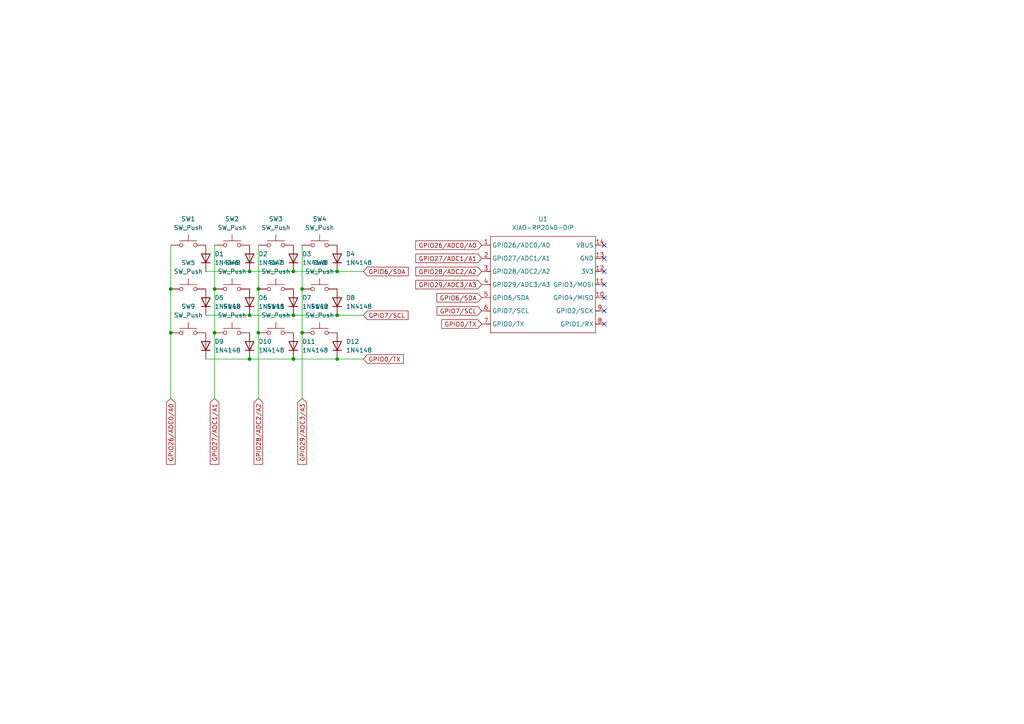
<source format=kicad_sch>
(kicad_sch
	(version 20250114)
	(generator "eeschema")
	(generator_version "9.0")
	(uuid "060ba2ea-cbd1-4bfa-aa8a-c17e0f198fb1")
	(paper "A4")
	(lib_symbols
		(symbol "Diode:1N4148"
			(pin_numbers
				(hide yes)
			)
			(pin_names
				(hide yes)
			)
			(exclude_from_sim no)
			(in_bom yes)
			(on_board yes)
			(property "Reference" "D"
				(at 0 2.54 0)
				(effects
					(font
						(size 1.27 1.27)
					)
				)
			)
			(property "Value" "1N4148"
				(at 0 -2.54 0)
				(effects
					(font
						(size 1.27 1.27)
					)
				)
			)
			(property "Footprint" "Diode_THT:D_DO-35_SOD27_P7.62mm_Horizontal"
				(at 0 0 0)
				(effects
					(font
						(size 1.27 1.27)
					)
					(hide yes)
				)
			)
			(property "Datasheet" "https://assets.nexperia.com/documents/data-sheet/1N4148_1N4448.pdf"
				(at 0 0 0)
				(effects
					(font
						(size 1.27 1.27)
					)
					(hide yes)
				)
			)
			(property "Description" "100V 0.15A standard switching diode, DO-35"
				(at 0 0 0)
				(effects
					(font
						(size 1.27 1.27)
					)
					(hide yes)
				)
			)
			(property "Sim.Device" "D"
				(at 0 0 0)
				(effects
					(font
						(size 1.27 1.27)
					)
					(hide yes)
				)
			)
			(property "Sim.Pins" "1=K 2=A"
				(at 0 0 0)
				(effects
					(font
						(size 1.27 1.27)
					)
					(hide yes)
				)
			)
			(property "ki_keywords" "diode"
				(at 0 0 0)
				(effects
					(font
						(size 1.27 1.27)
					)
					(hide yes)
				)
			)
			(property "ki_fp_filters" "D*DO?35*"
				(at 0 0 0)
				(effects
					(font
						(size 1.27 1.27)
					)
					(hide yes)
				)
			)
			(symbol "1N4148_0_1"
				(polyline
					(pts
						(xy -1.27 1.27) (xy -1.27 -1.27)
					)
					(stroke
						(width 0.254)
						(type default)
					)
					(fill
						(type none)
					)
				)
				(polyline
					(pts
						(xy 1.27 1.27) (xy 1.27 -1.27) (xy -1.27 0) (xy 1.27 1.27)
					)
					(stroke
						(width 0.254)
						(type default)
					)
					(fill
						(type none)
					)
				)
				(polyline
					(pts
						(xy 1.27 0) (xy -1.27 0)
					)
					(stroke
						(width 0)
						(type default)
					)
					(fill
						(type none)
					)
				)
			)
			(symbol "1N4148_1_1"
				(pin passive line
					(at -3.81 0 0)
					(length 2.54)
					(name "K"
						(effects
							(font
								(size 1.27 1.27)
							)
						)
					)
					(number "1"
						(effects
							(font
								(size 1.27 1.27)
							)
						)
					)
				)
				(pin passive line
					(at 3.81 0 180)
					(length 2.54)
					(name "A"
						(effects
							(font
								(size 1.27 1.27)
							)
						)
					)
					(number "2"
						(effects
							(font
								(size 1.27 1.27)
							)
						)
					)
				)
			)
			(embedded_fonts no)
		)
		(symbol "Seeed_Studio_XIAO_Series:XIAO-RP2040-DIP"
			(exclude_from_sim no)
			(in_bom yes)
			(on_board yes)
			(property "Reference" "U"
				(at 0 0 0)
				(effects
					(font
						(size 1.27 1.27)
					)
				)
			)
			(property "Value" "XIAO-RP2040-DIP"
				(at 5.334 -1.778 0)
				(effects
					(font
						(size 1.27 1.27)
					)
				)
			)
			(property "Footprint" "Module:MOUDLE14P-XIAO-DIP-SMD"
				(at 14.478 -32.258 0)
				(effects
					(font
						(size 1.27 1.27)
					)
					(hide yes)
				)
			)
			(property "Datasheet" ""
				(at 0 0 0)
				(effects
					(font
						(size 1.27 1.27)
					)
					(hide yes)
				)
			)
			(property "Description" ""
				(at 0 0 0)
				(effects
					(font
						(size 1.27 1.27)
					)
					(hide yes)
				)
			)
			(symbol "XIAO-RP2040-DIP_1_0"
				(polyline
					(pts
						(xy -1.27 -2.54) (xy 29.21 -2.54)
					)
					(stroke
						(width 0.1524)
						(type solid)
					)
					(fill
						(type none)
					)
				)
				(polyline
					(pts
						(xy -1.27 -5.08) (xy -2.54 -5.08)
					)
					(stroke
						(width 0.1524)
						(type solid)
					)
					(fill
						(type none)
					)
				)
				(polyline
					(pts
						(xy -1.27 -5.08) (xy -1.27 -2.54)
					)
					(stroke
						(width 0.1524)
						(type solid)
					)
					(fill
						(type none)
					)
				)
				(polyline
					(pts
						(xy -1.27 -8.89) (xy -2.54 -8.89)
					)
					(stroke
						(width 0.1524)
						(type solid)
					)
					(fill
						(type none)
					)
				)
				(polyline
					(pts
						(xy -1.27 -8.89) (xy -1.27 -5.08)
					)
					(stroke
						(width 0.1524)
						(type solid)
					)
					(fill
						(type none)
					)
				)
				(polyline
					(pts
						(xy -1.27 -12.7) (xy -2.54 -12.7)
					)
					(stroke
						(width 0.1524)
						(type solid)
					)
					(fill
						(type none)
					)
				)
				(polyline
					(pts
						(xy -1.27 -12.7) (xy -1.27 -8.89)
					)
					(stroke
						(width 0.1524)
						(type solid)
					)
					(fill
						(type none)
					)
				)
				(polyline
					(pts
						(xy -1.27 -16.51) (xy -2.54 -16.51)
					)
					(stroke
						(width 0.1524)
						(type solid)
					)
					(fill
						(type none)
					)
				)
				(polyline
					(pts
						(xy -1.27 -16.51) (xy -1.27 -12.7)
					)
					(stroke
						(width 0.1524)
						(type solid)
					)
					(fill
						(type none)
					)
				)
				(polyline
					(pts
						(xy -1.27 -20.32) (xy -2.54 -20.32)
					)
					(stroke
						(width 0.1524)
						(type solid)
					)
					(fill
						(type none)
					)
				)
				(polyline
					(pts
						(xy -1.27 -24.13) (xy -2.54 -24.13)
					)
					(stroke
						(width 0.1524)
						(type solid)
					)
					(fill
						(type none)
					)
				)
				(polyline
					(pts
						(xy -1.27 -27.94) (xy -2.54 -27.94)
					)
					(stroke
						(width 0.1524)
						(type solid)
					)
					(fill
						(type none)
					)
				)
				(polyline
					(pts
						(xy -1.27 -30.48) (xy -1.27 -16.51)
					)
					(stroke
						(width 0.1524)
						(type solid)
					)
					(fill
						(type none)
					)
				)
				(polyline
					(pts
						(xy 29.21 -2.54) (xy 29.21 -5.08)
					)
					(stroke
						(width 0.1524)
						(type solid)
					)
					(fill
						(type none)
					)
				)
				(polyline
					(pts
						(xy 29.21 -5.08) (xy 29.21 -8.89)
					)
					(stroke
						(width 0.1524)
						(type solid)
					)
					(fill
						(type none)
					)
				)
				(polyline
					(pts
						(xy 29.21 -8.89) (xy 29.21 -12.7)
					)
					(stroke
						(width 0.1524)
						(type solid)
					)
					(fill
						(type none)
					)
				)
				(polyline
					(pts
						(xy 29.21 -12.7) (xy 29.21 -30.48)
					)
					(stroke
						(width 0.1524)
						(type solid)
					)
					(fill
						(type none)
					)
				)
				(polyline
					(pts
						(xy 29.21 -30.48) (xy -1.27 -30.48)
					)
					(stroke
						(width 0.1524)
						(type solid)
					)
					(fill
						(type none)
					)
				)
				(polyline
					(pts
						(xy 30.48 -5.08) (xy 29.21 -5.08)
					)
					(stroke
						(width 0.1524)
						(type solid)
					)
					(fill
						(type none)
					)
				)
				(polyline
					(pts
						(xy 30.48 -8.89) (xy 29.21 -8.89)
					)
					(stroke
						(width 0.1524)
						(type solid)
					)
					(fill
						(type none)
					)
				)
				(polyline
					(pts
						(xy 30.48 -12.7) (xy 29.21 -12.7)
					)
					(stroke
						(width 0.1524)
						(type solid)
					)
					(fill
						(type none)
					)
				)
				(polyline
					(pts
						(xy 30.48 -16.51) (xy 29.21 -16.51)
					)
					(stroke
						(width 0.1524)
						(type solid)
					)
					(fill
						(type none)
					)
				)
				(polyline
					(pts
						(xy 30.48 -20.32) (xy 29.21 -20.32)
					)
					(stroke
						(width 0.1524)
						(type solid)
					)
					(fill
						(type none)
					)
				)
				(polyline
					(pts
						(xy 30.48 -24.13) (xy 29.21 -24.13)
					)
					(stroke
						(width 0.1524)
						(type solid)
					)
					(fill
						(type none)
					)
				)
				(polyline
					(pts
						(xy 30.48 -27.94) (xy 29.21 -27.94)
					)
					(stroke
						(width 0.1524)
						(type solid)
					)
					(fill
						(type none)
					)
				)
				(pin passive line
					(at -3.81 -5.08 0)
					(length 2.54)
					(name "GPIO26/ADC0/A0"
						(effects
							(font
								(size 1.27 1.27)
							)
						)
					)
					(number "1"
						(effects
							(font
								(size 1.27 1.27)
							)
						)
					)
				)
				(pin passive line
					(at -3.81 -8.89 0)
					(length 2.54)
					(name "GPIO27/ADC1/A1"
						(effects
							(font
								(size 1.27 1.27)
							)
						)
					)
					(number "2"
						(effects
							(font
								(size 1.27 1.27)
							)
						)
					)
				)
				(pin passive line
					(at -3.81 -12.7 0)
					(length 2.54)
					(name "GPIO28/ADC2/A2"
						(effects
							(font
								(size 1.27 1.27)
							)
						)
					)
					(number "3"
						(effects
							(font
								(size 1.27 1.27)
							)
						)
					)
				)
				(pin passive line
					(at -3.81 -16.51 0)
					(length 2.54)
					(name "GPIO29/ADC3/A3"
						(effects
							(font
								(size 1.27 1.27)
							)
						)
					)
					(number "4"
						(effects
							(font
								(size 1.27 1.27)
							)
						)
					)
				)
				(pin passive line
					(at -3.81 -20.32 0)
					(length 2.54)
					(name "GPIO6/SDA"
						(effects
							(font
								(size 1.27 1.27)
							)
						)
					)
					(number "5"
						(effects
							(font
								(size 1.27 1.27)
							)
						)
					)
				)
				(pin passive line
					(at -3.81 -24.13 0)
					(length 2.54)
					(name "GPIO7/SCL"
						(effects
							(font
								(size 1.27 1.27)
							)
						)
					)
					(number "6"
						(effects
							(font
								(size 1.27 1.27)
							)
						)
					)
				)
				(pin passive line
					(at -3.81 -27.94 0)
					(length 2.54)
					(name "GPIO0/TX"
						(effects
							(font
								(size 1.27 1.27)
							)
						)
					)
					(number "7"
						(effects
							(font
								(size 1.27 1.27)
							)
						)
					)
				)
				(pin passive line
					(at 31.75 -5.08 180)
					(length 2.54)
					(name "VBUS"
						(effects
							(font
								(size 1.27 1.27)
							)
						)
					)
					(number "14"
						(effects
							(font
								(size 1.27 1.27)
							)
						)
					)
				)
				(pin passive line
					(at 31.75 -8.89 180)
					(length 2.54)
					(name "GND"
						(effects
							(font
								(size 1.27 1.27)
							)
						)
					)
					(number "13"
						(effects
							(font
								(size 1.27 1.27)
							)
						)
					)
				)
				(pin passive line
					(at 31.75 -12.7 180)
					(length 2.54)
					(name "3V3"
						(effects
							(font
								(size 1.27 1.27)
							)
						)
					)
					(number "12"
						(effects
							(font
								(size 1.27 1.27)
							)
						)
					)
				)
				(pin passive line
					(at 31.75 -16.51 180)
					(length 2.54)
					(name "GPIO3/MOSI"
						(effects
							(font
								(size 1.27 1.27)
							)
						)
					)
					(number "11"
						(effects
							(font
								(size 1.27 1.27)
							)
						)
					)
				)
				(pin passive line
					(at 31.75 -20.32 180)
					(length 2.54)
					(name "GPIO4/MISO"
						(effects
							(font
								(size 1.27 1.27)
							)
						)
					)
					(number "10"
						(effects
							(font
								(size 1.27 1.27)
							)
						)
					)
				)
				(pin passive line
					(at 31.75 -24.13 180)
					(length 2.54)
					(name "GPIO2/SCK"
						(effects
							(font
								(size 1.27 1.27)
							)
						)
					)
					(number "9"
						(effects
							(font
								(size 1.27 1.27)
							)
						)
					)
				)
				(pin passive line
					(at 31.75 -27.94 180)
					(length 2.54)
					(name "GPIO1/RX"
						(effects
							(font
								(size 1.27 1.27)
							)
						)
					)
					(number "8"
						(effects
							(font
								(size 1.27 1.27)
							)
						)
					)
				)
			)
			(embedded_fonts no)
		)
		(symbol "Switch:SW_Push"
			(pin_numbers
				(hide yes)
			)
			(pin_names
				(offset 1.016)
				(hide yes)
			)
			(exclude_from_sim no)
			(in_bom yes)
			(on_board yes)
			(property "Reference" "SW"
				(at 1.27 2.54 0)
				(effects
					(font
						(size 1.27 1.27)
					)
					(justify left)
				)
			)
			(property "Value" "SW_Push"
				(at 0 -1.524 0)
				(effects
					(font
						(size 1.27 1.27)
					)
				)
			)
			(property "Footprint" ""
				(at 0 5.08 0)
				(effects
					(font
						(size 1.27 1.27)
					)
					(hide yes)
				)
			)
			(property "Datasheet" "~"
				(at 0 5.08 0)
				(effects
					(font
						(size 1.27 1.27)
					)
					(hide yes)
				)
			)
			(property "Description" "Push button switch, generic, two pins"
				(at 0 0 0)
				(effects
					(font
						(size 1.27 1.27)
					)
					(hide yes)
				)
			)
			(property "ki_keywords" "switch normally-open pushbutton push-button"
				(at 0 0 0)
				(effects
					(font
						(size 1.27 1.27)
					)
					(hide yes)
				)
			)
			(symbol "SW_Push_0_1"
				(circle
					(center -2.032 0)
					(radius 0.508)
					(stroke
						(width 0)
						(type default)
					)
					(fill
						(type none)
					)
				)
				(polyline
					(pts
						(xy 0 1.27) (xy 0 3.048)
					)
					(stroke
						(width 0)
						(type default)
					)
					(fill
						(type none)
					)
				)
				(circle
					(center 2.032 0)
					(radius 0.508)
					(stroke
						(width 0)
						(type default)
					)
					(fill
						(type none)
					)
				)
				(polyline
					(pts
						(xy 2.54 1.27) (xy -2.54 1.27)
					)
					(stroke
						(width 0)
						(type default)
					)
					(fill
						(type none)
					)
				)
				(pin passive line
					(at -5.08 0 0)
					(length 2.54)
					(name "1"
						(effects
							(font
								(size 1.27 1.27)
							)
						)
					)
					(number "1"
						(effects
							(font
								(size 1.27 1.27)
							)
						)
					)
				)
				(pin passive line
					(at 5.08 0 180)
					(length 2.54)
					(name "2"
						(effects
							(font
								(size 1.27 1.27)
							)
						)
					)
					(number "2"
						(effects
							(font
								(size 1.27 1.27)
							)
						)
					)
				)
			)
			(embedded_fonts no)
		)
	)
	(junction
		(at 87.63 83.82)
		(diameter 0)
		(color 0 0 0 0)
		(uuid "1618db0f-21a6-4d21-a674-1aea109c66fb")
	)
	(junction
		(at 72.39 91.44)
		(diameter 0)
		(color 0 0 0 0)
		(uuid "1c33cfea-1a74-4202-81c1-639ad186a430")
	)
	(junction
		(at 87.63 96.52)
		(diameter 0)
		(color 0 0 0 0)
		(uuid "2588eb7a-e7f6-42b0-ba66-06661738c639")
	)
	(junction
		(at 97.79 78.74)
		(diameter 0)
		(color 0 0 0 0)
		(uuid "392ee1ab-d952-4206-af97-d888a14658de")
	)
	(junction
		(at 72.39 104.14)
		(diameter 0)
		(color 0 0 0 0)
		(uuid "474bb722-8cf5-45bb-8904-6c1aec6ddb77")
	)
	(junction
		(at 49.53 96.52)
		(diameter 0)
		(color 0 0 0 0)
		(uuid "574818a2-b025-4774-bee7-2642ee37388f")
	)
	(junction
		(at 49.53 83.82)
		(diameter 0)
		(color 0 0 0 0)
		(uuid "8dcb4a53-4ff3-494f-bb3c-6134dc85ada0")
	)
	(junction
		(at 74.93 96.52)
		(diameter 0)
		(color 0 0 0 0)
		(uuid "99d14a6f-8cf9-4792-9b0c-160e855a9a2f")
	)
	(junction
		(at 97.79 104.14)
		(diameter 0)
		(color 0 0 0 0)
		(uuid "ac886216-4cd4-4c1b-9cb4-a3fed98b06f1")
	)
	(junction
		(at 74.93 83.82)
		(diameter 0)
		(color 0 0 0 0)
		(uuid "b5abecb5-9747-4863-9ac4-94a6df8734ac")
	)
	(junction
		(at 62.23 83.82)
		(diameter 0)
		(color 0 0 0 0)
		(uuid "d0e83336-bab9-4da4-b32b-9d1bc69f02f0")
	)
	(junction
		(at 72.39 78.74)
		(diameter 0)
		(color 0 0 0 0)
		(uuid "da327118-0eed-4699-897d-569df892093b")
	)
	(junction
		(at 85.09 91.44)
		(diameter 0)
		(color 0 0 0 0)
		(uuid "dd9a9d39-c57a-4334-8cfd-096da2c789ab")
	)
	(junction
		(at 97.79 91.44)
		(diameter 0)
		(color 0 0 0 0)
		(uuid "e46c89d9-5fe4-4347-b556-722f8ea39be3")
	)
	(junction
		(at 62.23 96.52)
		(diameter 0)
		(color 0 0 0 0)
		(uuid "e9e155c5-b7c8-4775-948a-cea0415fd9c9")
	)
	(junction
		(at 85.09 78.74)
		(diameter 0)
		(color 0 0 0 0)
		(uuid "eb00a281-d131-4d10-8183-9bfdfdde9f72")
	)
	(junction
		(at 85.09 104.14)
		(diameter 0)
		(color 0 0 0 0)
		(uuid "edff640a-3468-415a-82f0-cc647cece117")
	)
	(no_connect
		(at 175.26 78.74)
		(uuid "017f691e-dccd-4d00-8611-4732ba85c02a")
	)
	(no_connect
		(at 175.26 93.98)
		(uuid "2edd0729-4eac-436a-ac88-3dcee9f75c25")
	)
	(no_connect
		(at 175.26 86.36)
		(uuid "3df9632d-f0cb-408a-b708-7518b27fd27a")
	)
	(no_connect
		(at 175.26 71.12)
		(uuid "4afc61ba-439b-4064-9bae-9cec2b61d93c")
	)
	(no_connect
		(at 175.26 90.17)
		(uuid "9e2d1632-00f6-4864-b8b6-500cfe444644")
	)
	(no_connect
		(at 175.26 74.93)
		(uuid "f37b44af-03ba-49f8-bd51-bb68e48c169c")
	)
	(no_connect
		(at 175.26 82.55)
		(uuid "f4c4bfa0-eed3-4554-bb7c-9e4d18af8701")
	)
	(wire
		(pts
			(xy 49.53 96.52) (xy 49.53 115.57)
		)
		(stroke
			(width 0)
			(type default)
		)
		(uuid "0e028850-57dd-4b40-95a5-caa8534935a9")
	)
	(wire
		(pts
			(xy 97.79 78.74) (xy 105.41 78.74)
		)
		(stroke
			(width 0)
			(type default)
		)
		(uuid "1739f598-fe4a-491e-b3c5-fb7e43a94b83")
	)
	(wire
		(pts
			(xy 72.39 104.14) (xy 85.09 104.14)
		)
		(stroke
			(width 0)
			(type default)
		)
		(uuid "18caee64-27cd-4e78-ab22-438aab04f9e7")
	)
	(wire
		(pts
			(xy 74.93 71.12) (xy 74.93 83.82)
		)
		(stroke
			(width 0)
			(type default)
		)
		(uuid "312adda0-3771-4122-a9e3-f13e7158e0b9")
	)
	(wire
		(pts
			(xy 74.93 83.82) (xy 74.93 96.52)
		)
		(stroke
			(width 0)
			(type default)
		)
		(uuid "367bed63-437a-4dc8-a175-aa2dab7e5635")
	)
	(wire
		(pts
			(xy 72.39 78.74) (xy 85.09 78.74)
		)
		(stroke
			(width 0)
			(type default)
		)
		(uuid "36e2ab87-d25b-4fa8-963b-bdc7294a0ab8")
	)
	(wire
		(pts
			(xy 85.09 104.14) (xy 97.79 104.14)
		)
		(stroke
			(width 0)
			(type default)
		)
		(uuid "3fc539d1-4cd7-4a6d-a0e8-0159054499f4")
	)
	(wire
		(pts
			(xy 72.39 91.44) (xy 85.09 91.44)
		)
		(stroke
			(width 0)
			(type default)
		)
		(uuid "45f4609c-325c-4bd3-a557-8d9ba9757816")
	)
	(wire
		(pts
			(xy 49.53 83.82) (xy 49.53 96.52)
		)
		(stroke
			(width 0)
			(type default)
		)
		(uuid "47094ade-0639-4f26-8092-c76eab22f9f6")
	)
	(wire
		(pts
			(xy 97.79 91.44) (xy 105.41 91.44)
		)
		(stroke
			(width 0)
			(type default)
		)
		(uuid "48d17793-6d84-4512-bd32-395f1fce5230")
	)
	(wire
		(pts
			(xy 74.93 96.52) (xy 74.93 115.57)
		)
		(stroke
			(width 0)
			(type default)
		)
		(uuid "66359d59-8192-4b88-94c5-34caeccb68ee")
	)
	(wire
		(pts
			(xy 62.23 71.12) (xy 62.23 83.82)
		)
		(stroke
			(width 0)
			(type default)
		)
		(uuid "82c19c4b-6c3e-48d6-a0a0-e1a528bdf659")
	)
	(wire
		(pts
			(xy 59.69 91.44) (xy 72.39 91.44)
		)
		(stroke
			(width 0)
			(type default)
		)
		(uuid "89fbc769-074a-4e13-a3fc-b0da4a1db9c7")
	)
	(wire
		(pts
			(xy 85.09 91.44) (xy 97.79 91.44)
		)
		(stroke
			(width 0)
			(type default)
		)
		(uuid "8f444ed1-5bf7-4840-b5c6-51383bd26dc2")
	)
	(wire
		(pts
			(xy 59.69 78.74) (xy 72.39 78.74)
		)
		(stroke
			(width 0)
			(type default)
		)
		(uuid "95f29731-608d-4bbf-a6c9-a8ccf21bf77e")
	)
	(wire
		(pts
			(xy 49.53 71.12) (xy 49.53 83.82)
		)
		(stroke
			(width 0)
			(type default)
		)
		(uuid "9f07fc56-c8a7-44cb-a4ff-504fd49d6c85")
	)
	(wire
		(pts
			(xy 87.63 96.52) (xy 87.63 115.57)
		)
		(stroke
			(width 0)
			(type default)
		)
		(uuid "a56e10df-dd46-41f9-8655-a9aff47a2977")
	)
	(wire
		(pts
			(xy 85.09 78.74) (xy 97.79 78.74)
		)
		(stroke
			(width 0)
			(type default)
		)
		(uuid "a91b2a86-58fb-426e-a19c-ecdf77619f24")
	)
	(wire
		(pts
			(xy 87.63 83.82) (xy 87.63 96.52)
		)
		(stroke
			(width 0)
			(type default)
		)
		(uuid "b1cf47c9-b224-45d1-8c80-d636e6aa755c")
	)
	(wire
		(pts
			(xy 87.63 71.12) (xy 87.63 83.82)
		)
		(stroke
			(width 0)
			(type default)
		)
		(uuid "c69f0438-9559-4230-a733-b61326cf2095")
	)
	(wire
		(pts
			(xy 97.79 104.14) (xy 105.41 104.14)
		)
		(stroke
			(width 0)
			(type default)
		)
		(uuid "c94177a5-a6b5-4809-a617-91a11fd320f1")
	)
	(wire
		(pts
			(xy 62.23 83.82) (xy 62.23 96.52)
		)
		(stroke
			(width 0)
			(type default)
		)
		(uuid "d47842ce-837b-41f3-bb9f-99b431ef7809")
	)
	(wire
		(pts
			(xy 59.69 104.14) (xy 72.39 104.14)
		)
		(stroke
			(width 0)
			(type default)
		)
		(uuid "e5a83151-770a-4dc9-b912-65f70f6ef87e")
	)
	(wire
		(pts
			(xy 62.23 96.52) (xy 62.23 115.57)
		)
		(stroke
			(width 0)
			(type default)
		)
		(uuid "e66195c9-7f41-4898-9edc-0927c855cf26")
	)
	(global_label "GPIO29/ADC3/A3"
		(shape input)
		(at 87.63 115.57 270)
		(effects
			(font
				(size 1.27 1.27)
			)
			(justify right)
		)
		(uuid "54599e5a-10c6-411f-9758-d44daf0a5016")
		(property "Intersheetrefs" "${INTERSHEET_REFS}"
			(at 87.63 115.57 90)
			(effects
				(font
					(size 1.27 1.27)
				)
				(hide yes)
			)
		)
	)
	(global_label "GPIO7/SCL"
		(shape input)
		(at 105.41 91.44 0)
		(effects
			(font
				(size 1.27 1.27)
			)
			(justify left)
		)
		(uuid "5cca5ed1-efe6-4cff-b7bb-395b514dd05b")
		(property "Intersheetrefs" "${INTERSHEET_REFS}"
			(at 105.41 91.44 0)
			(effects
				(font
					(size 1.27 1.27)
				)
				(hide yes)
			)
		)
	)
	(global_label "GPIO6/SDA"
		(shape input)
		(at 105.41 78.74 0)
		(effects
			(font
				(size 1.27 1.27)
			)
			(justify left)
		)
		(uuid "625e085f-6f91-43f7-aaa9-2815bb04ceb7")
		(property "Intersheetrefs" "${INTERSHEET_REFS}"
			(at 105.41 78.74 0)
			(effects
				(font
					(size 1.27 1.27)
				)
				(hide yes)
			)
		)
	)
	(global_label "GPIO0/TX"
		(shape input)
		(at 139.7 93.98 180)
		(effects
			(font
				(size 1.27 1.27)
			)
			(justify right)
		)
		(uuid "8d6781b1-1132-495a-a32c-2c22a66269fe")
		(property "Intersheetrefs" "${INTERSHEET_REFS}"
			(at 139.7 93.98 0)
			(effects
				(font
					(size 1.27 1.27)
				)
				(hide yes)
			)
		)
	)
	(global_label "GPIO26/ADC0/A0"
		(shape input)
		(at 49.53 115.57 270)
		(effects
			(font
				(size 1.27 1.27)
			)
			(justify right)
		)
		(uuid "a23278d9-6c7d-49f2-96a3-007aa5849ce9")
		(property "Intersheetrefs" "${INTERSHEET_REFS}"
			(at 49.53 115.57 90)
			(effects
				(font
					(size 1.27 1.27)
				)
				(hide yes)
			)
		)
	)
	(global_label "GPIO7/SCL"
		(shape input)
		(at 139.7 90.17 180)
		(effects
			(font
				(size 1.27 1.27)
			)
			(justify right)
		)
		(uuid "a34a9949-a5cd-466c-b405-9589ecc6a06d")
		(property "Intersheetrefs" "${INTERSHEET_REFS}"
			(at 139.7 90.17 0)
			(effects
				(font
					(size 1.27 1.27)
				)
				(hide yes)
			)
		)
	)
	(global_label "GPIO29/ADC3/A3"
		(shape input)
		(at 139.7 82.55 180)
		(effects
			(font
				(size 1.27 1.27)
			)
			(justify right)
		)
		(uuid "b19e1251-1562-4428-9755-68b48f9ed574")
		(property "Intersheetrefs" "${INTERSHEET_REFS}"
			(at 139.7 82.55 0)
			(effects
				(font
					(size 1.27 1.27)
				)
				(hide yes)
			)
		)
	)
	(global_label "GPIO6/SDA"
		(shape input)
		(at 139.7 86.36 180)
		(effects
			(font
				(size 1.27 1.27)
			)
			(justify right)
		)
		(uuid "c215e87a-3c31-436f-a4b3-63cc6818ea39")
		(property "Intersheetrefs" "${INTERSHEET_REFS}"
			(at 139.7 86.36 0)
			(effects
				(font
					(size 1.27 1.27)
				)
				(hide yes)
			)
		)
	)
	(global_label "GPIO27/ADC1/A1"
		(shape input)
		(at 139.7 74.93 180)
		(effects
			(font
				(size 1.27 1.27)
			)
			(justify right)
		)
		(uuid "c3dcb112-e915-4d56-a754-62fdb09852dc")
		(property "Intersheetrefs" "${INTERSHEET_REFS}"
			(at 139.7 74.93 0)
			(effects
				(font
					(size 1.27 1.27)
				)
				(hide yes)
			)
		)
	)
	(global_label "GPIO27/ADC1/A1"
		(shape input)
		(at 62.23 115.57 270)
		(effects
			(font
				(size 1.27 1.27)
			)
			(justify right)
		)
		(uuid "c414d311-91dc-4bb9-99be-3379bcdec16e")
		(property "Intersheetrefs" "${INTERSHEET_REFS}"
			(at 62.23 115.57 90)
			(effects
				(font
					(size 1.27 1.27)
				)
				(hide yes)
			)
		)
	)
	(global_label "GPIO26/ADC0/A0"
		(shape input)
		(at 139.7 71.12 180)
		(effects
			(font
				(size 1.27 1.27)
			)
			(justify right)
		)
		(uuid "d6455db2-2a63-44cc-b7f7-2809168bc004")
		(property "Intersheetrefs" "${INTERSHEET_REFS}"
			(at 139.7 71.12 0)
			(effects
				(font
					(size 1.27 1.27)
				)
				(hide yes)
			)
		)
	)
	(global_label "GPIO28/ADC2/A2"
		(shape input)
		(at 74.93 115.57 270)
		(effects
			(font
				(size 1.27 1.27)
			)
			(justify right)
		)
		(uuid "dbb849d6-4204-4694-8c47-0e39085aec26")
		(property "Intersheetrefs" "${INTERSHEET_REFS}"
			(at 74.93 115.57 90)
			(effects
				(font
					(size 1.27 1.27)
				)
				(hide yes)
			)
		)
	)
	(global_label "GPIO28/ADC2/A2"
		(shape input)
		(at 139.7 78.74 180)
		(effects
			(font
				(size 1.27 1.27)
			)
			(justify right)
		)
		(uuid "f6e723a0-c8a2-4597-bd85-820a51ea5b76")
		(property "Intersheetrefs" "${INTERSHEET_REFS}"
			(at 139.7 78.74 0)
			(effects
				(font
					(size 1.27 1.27)
				)
				(hide yes)
			)
		)
	)
	(global_label "GPIO0/TX"
		(shape input)
		(at 105.41 104.14 0)
		(effects
			(font
				(size 1.27 1.27)
			)
			(justify left)
		)
		(uuid "f95166be-0c19-46fd-bb51-96e7da23342b")
		(property "Intersheetrefs" "${INTERSHEET_REFS}"
			(at 105.41 104.14 0)
			(effects
				(font
					(size 1.27 1.27)
				)
				(hide yes)
			)
		)
	)
	(symbol
		(lib_id "Switch:SW_Push")
		(at 54.61 83.82 0)
		(unit 1)
		(exclude_from_sim no)
		(in_bom yes)
		(on_board yes)
		(dnp no)
		(uuid "00fdc76a-d83d-44e5-a155-dd9014919087")
		(property "Reference" "SW5"
			(at 54.61 76.2 0)
			(effects
				(font
					(size 1.27 1.27)
				)
			)
		)
		(property "Value" "SW_Push"
			(at 54.61 78.74 0)
			(effects
				(font
					(size 1.27 1.27)
				)
			)
		)
		(property "Footprint" "Library:SW_Cherry_MX_1.00u_PCB WITH 3D"
			(at 54.61 78.74 0)
			(effects
				(font
					(size 1.27 1.27)
				)
				(hide yes)
			)
		)
		(property "Datasheet" "~"
			(at 54.61 78.74 0)
			(effects
				(font
					(size 1.27 1.27)
				)
				(hide yes)
			)
		)
		(property "Description" "Push button switch, generic, two pins"
			(at 54.61 83.82 0)
			(effects
				(font
					(size 1.27 1.27)
				)
				(hide yes)
			)
		)
		(pin "1"
			(uuid "0140b41b-051f-4341-aec6-5f604f7f8e92")
		)
		(pin "2"
			(uuid "a9254da9-524e-43de-b6b6-3476d6a66261")
		)
		(instances
			(project "FunctionPad"
				(path "/060ba2ea-cbd1-4bfa-aa8a-c17e0f198fb1"
					(reference "SW5")
					(unit 1)
				)
			)
		)
	)
	(symbol
		(lib_id "Diode:1N4148")
		(at 59.69 74.93 90)
		(unit 1)
		(exclude_from_sim no)
		(in_bom yes)
		(on_board yes)
		(dnp no)
		(fields_autoplaced yes)
		(uuid "04f88ccd-db12-40c0-bbd8-ff993b01d61f")
		(property "Reference" "D1"
			(at 62.23 73.6599 90)
			(effects
				(font
					(size 1.27 1.27)
				)
				(justify right)
			)
		)
		(property "Value" "1N4148"
			(at 62.23 76.1999 90)
			(effects
				(font
					(size 1.27 1.27)
				)
				(justify right)
			)
		)
		(property "Footprint" "Diode_THT:D_DO-35_SOD27_P7.62mm_Horizontal"
			(at 59.69 74.93 0)
			(effects
				(font
					(size 1.27 1.27)
				)
				(hide yes)
			)
		)
		(property "Datasheet" "https://assets.nexperia.com/documents/data-sheet/1N4148_1N4448.pdf"
			(at 59.69 74.93 0)
			(effects
				(font
					(size 1.27 1.27)
				)
				(hide yes)
			)
		)
		(property "Description" "100V 0.15A standard switching diode, DO-35"
			(at 59.69 74.93 0)
			(effects
				(font
					(size 1.27 1.27)
				)
				(hide yes)
			)
		)
		(property "Sim.Device" "D"
			(at 59.69 74.93 0)
			(effects
				(font
					(size 1.27 1.27)
				)
				(hide yes)
			)
		)
		(property "Sim.Pins" "1=K 2=A"
			(at 59.69 74.93 0)
			(effects
				(font
					(size 1.27 1.27)
				)
				(hide yes)
			)
		)
		(pin "1"
			(uuid "38ca1136-7b27-41d3-8586-49911b7a9901")
		)
		(pin "2"
			(uuid "5bfe281e-a318-4b47-9f55-16d16c4d5376")
		)
		(instances
			(project ""
				(path "/060ba2ea-cbd1-4bfa-aa8a-c17e0f198fb1"
					(reference "D1")
					(unit 1)
				)
			)
		)
	)
	(symbol
		(lib_id "Diode:1N4148")
		(at 72.39 74.93 90)
		(unit 1)
		(exclude_from_sim no)
		(in_bom yes)
		(on_board yes)
		(dnp no)
		(fields_autoplaced yes)
		(uuid "10fab0af-56fc-4f9f-b4ce-a4ac6b99bc21")
		(property "Reference" "D2"
			(at 74.93 73.6599 90)
			(effects
				(font
					(size 1.27 1.27)
				)
				(justify right)
			)
		)
		(property "Value" "1N4148"
			(at 74.93 76.1999 90)
			(effects
				(font
					(size 1.27 1.27)
				)
				(justify right)
			)
		)
		(property "Footprint" "Diode_THT:D_DO-35_SOD27_P7.62mm_Horizontal"
			(at 72.39 74.93 0)
			(effects
				(font
					(size 1.27 1.27)
				)
				(hide yes)
			)
		)
		(property "Datasheet" "https://assets.nexperia.com/documents/data-sheet/1N4148_1N4448.pdf"
			(at 72.39 74.93 0)
			(effects
				(font
					(size 1.27 1.27)
				)
				(hide yes)
			)
		)
		(property "Description" "100V 0.15A standard switching diode, DO-35"
			(at 72.39 74.93 0)
			(effects
				(font
					(size 1.27 1.27)
				)
				(hide yes)
			)
		)
		(property "Sim.Device" "D"
			(at 72.39 74.93 0)
			(effects
				(font
					(size 1.27 1.27)
				)
				(hide yes)
			)
		)
		(property "Sim.Pins" "1=K 2=A"
			(at 72.39 74.93 0)
			(effects
				(font
					(size 1.27 1.27)
				)
				(hide yes)
			)
		)
		(pin "1"
			(uuid "3af41702-188d-48dc-a970-78a143456bd7")
		)
		(pin "2"
			(uuid "4a934dc4-8ade-48d7-81af-b2719f02b89c")
		)
		(instances
			(project "FunctionPad"
				(path "/060ba2ea-cbd1-4bfa-aa8a-c17e0f198fb1"
					(reference "D2")
					(unit 1)
				)
			)
		)
	)
	(symbol
		(lib_id "Switch:SW_Push")
		(at 80.01 71.12 0)
		(unit 1)
		(exclude_from_sim no)
		(in_bom yes)
		(on_board yes)
		(dnp no)
		(fields_autoplaced yes)
		(uuid "212dc620-0106-4127-af3e-d13837b38b46")
		(property "Reference" "SW3"
			(at 80.01 63.5 0)
			(effects
				(font
					(size 1.27 1.27)
				)
			)
		)
		(property "Value" "SW_Push"
			(at 80.01 66.04 0)
			(effects
				(font
					(size 1.27 1.27)
				)
			)
		)
		(property "Footprint" "Library:SW_Cherry_MX_1.00u_PCB WITH 3D"
			(at 80.01 66.04 0)
			(effects
				(font
					(size 1.27 1.27)
				)
				(hide yes)
			)
		)
		(property "Datasheet" "~"
			(at 80.01 66.04 0)
			(effects
				(font
					(size 1.27 1.27)
				)
				(hide yes)
			)
		)
		(property "Description" "Push button switch, generic, two pins"
			(at 80.01 71.12 0)
			(effects
				(font
					(size 1.27 1.27)
				)
				(hide yes)
			)
		)
		(pin "1"
			(uuid "773a959c-6cae-41f5-95cf-fcdeadce8178")
		)
		(pin "2"
			(uuid "18f5fe2c-f421-4f4a-b4e8-c3826f22c1f1")
		)
		(instances
			(project "FunctionPad"
				(path "/060ba2ea-cbd1-4bfa-aa8a-c17e0f198fb1"
					(reference "SW3")
					(unit 1)
				)
			)
		)
	)
	(symbol
		(lib_id "Switch:SW_Push")
		(at 92.71 71.12 0)
		(unit 1)
		(exclude_from_sim no)
		(in_bom yes)
		(on_board yes)
		(dnp no)
		(uuid "31d2ea51-c5d0-4261-a38a-e5590ac93b81")
		(property "Reference" "SW4"
			(at 92.71 63.5 0)
			(effects
				(font
					(size 1.27 1.27)
				)
			)
		)
		(property "Value" "SW_Push"
			(at 92.71 66.04 0)
			(effects
				(font
					(size 1.27 1.27)
				)
			)
		)
		(property "Footprint" "Library:SW_Cherry_MX_1.00u_PCB WITH 3D"
			(at 92.71 66.04 0)
			(effects
				(font
					(size 1.27 1.27)
				)
				(hide yes)
			)
		)
		(property "Datasheet" "~"
			(at 92.71 66.04 0)
			(effects
				(font
					(size 1.27 1.27)
				)
				(hide yes)
			)
		)
		(property "Description" "Push button switch, generic, two pins"
			(at 92.71 71.12 0)
			(effects
				(font
					(size 1.27 1.27)
				)
				(hide yes)
			)
		)
		(pin "1"
			(uuid "951e5b71-01e8-44f6-ae57-ca6c589db16e")
		)
		(pin "2"
			(uuid "d7d26c11-e9fd-4b34-93f6-835d5026b0d9")
		)
		(instances
			(project "FunctionPad"
				(path "/060ba2ea-cbd1-4bfa-aa8a-c17e0f198fb1"
					(reference "SW4")
					(unit 1)
				)
			)
		)
	)
	(symbol
		(lib_id "Diode:1N4148")
		(at 72.39 100.33 90)
		(unit 1)
		(exclude_from_sim no)
		(in_bom yes)
		(on_board yes)
		(dnp no)
		(fields_autoplaced yes)
		(uuid "399d7eac-ebc9-433f-9fb1-6d7b3d58c3c7")
		(property "Reference" "D10"
			(at 74.93 99.0599 90)
			(effects
				(font
					(size 1.27 1.27)
				)
				(justify right)
			)
		)
		(property "Value" "1N4148"
			(at 74.93 101.5999 90)
			(effects
				(font
					(size 1.27 1.27)
				)
				(justify right)
			)
		)
		(property "Footprint" "Diode_THT:D_DO-35_SOD27_P7.62mm_Horizontal"
			(at 72.39 100.33 0)
			(effects
				(font
					(size 1.27 1.27)
				)
				(hide yes)
			)
		)
		(property "Datasheet" "https://assets.nexperia.com/documents/data-sheet/1N4148_1N4448.pdf"
			(at 72.39 100.33 0)
			(effects
				(font
					(size 1.27 1.27)
				)
				(hide yes)
			)
		)
		(property "Description" "100V 0.15A standard switching diode, DO-35"
			(at 72.39 100.33 0)
			(effects
				(font
					(size 1.27 1.27)
				)
				(hide yes)
			)
		)
		(property "Sim.Device" "D"
			(at 72.39 100.33 0)
			(effects
				(font
					(size 1.27 1.27)
				)
				(hide yes)
			)
		)
		(property "Sim.Pins" "1=K 2=A"
			(at 72.39 100.33 0)
			(effects
				(font
					(size 1.27 1.27)
				)
				(hide yes)
			)
		)
		(pin "1"
			(uuid "07905b1a-3187-4ec5-996e-98825a5fbc46")
		)
		(pin "2"
			(uuid "8c578514-5ecd-43c7-9ccd-20f936fa862e")
		)
		(instances
			(project "FunctionPad"
				(path "/060ba2ea-cbd1-4bfa-aa8a-c17e0f198fb1"
					(reference "D10")
					(unit 1)
				)
			)
		)
	)
	(symbol
		(lib_id "Switch:SW_Push")
		(at 92.71 83.82 0)
		(unit 1)
		(exclude_from_sim no)
		(in_bom yes)
		(on_board yes)
		(dnp no)
		(fields_autoplaced yes)
		(uuid "42ebdefd-f478-429f-9668-78e6b1c21d04")
		(property "Reference" "SW8"
			(at 92.71 76.2 0)
			(effects
				(font
					(size 1.27 1.27)
				)
			)
		)
		(property "Value" "SW_Push"
			(at 92.71 78.74 0)
			(effects
				(font
					(size 1.27 1.27)
				)
			)
		)
		(property "Footprint" "Library:SW_Cherry_MX_1.00u_PCB WITH 3D"
			(at 92.71 78.74 0)
			(effects
				(font
					(size 1.27 1.27)
				)
				(hide yes)
			)
		)
		(property "Datasheet" "~"
			(at 92.71 78.74 0)
			(effects
				(font
					(size 1.27 1.27)
				)
				(hide yes)
			)
		)
		(property "Description" "Push button switch, generic, two pins"
			(at 92.71 83.82 0)
			(effects
				(font
					(size 1.27 1.27)
				)
				(hide yes)
			)
		)
		(pin "1"
			(uuid "441fea24-4736-4837-a9b3-4342f145d2a1")
		)
		(pin "2"
			(uuid "04e2ab68-b756-40a0-a406-a4e3907e98dc")
		)
		(instances
			(project "FunctionPad"
				(path "/060ba2ea-cbd1-4bfa-aa8a-c17e0f198fb1"
					(reference "SW8")
					(unit 1)
				)
			)
		)
	)
	(symbol
		(lib_id "Diode:1N4148")
		(at 59.69 87.63 90)
		(unit 1)
		(exclude_from_sim no)
		(in_bom yes)
		(on_board yes)
		(dnp no)
		(fields_autoplaced yes)
		(uuid "4964b866-f6d1-4529-bef0-895be1e4f173")
		(property "Reference" "D5"
			(at 62.23 86.3599 90)
			(effects
				(font
					(size 1.27 1.27)
				)
				(justify right)
			)
		)
		(property "Value" "1N4148"
			(at 62.23 88.8999 90)
			(effects
				(font
					(size 1.27 1.27)
				)
				(justify right)
			)
		)
		(property "Footprint" "Diode_THT:D_DO-35_SOD27_P7.62mm_Horizontal"
			(at 59.69 87.63 0)
			(effects
				(font
					(size 1.27 1.27)
				)
				(hide yes)
			)
		)
		(property "Datasheet" "https://assets.nexperia.com/documents/data-sheet/1N4148_1N4448.pdf"
			(at 59.69 87.63 0)
			(effects
				(font
					(size 1.27 1.27)
				)
				(hide yes)
			)
		)
		(property "Description" "100V 0.15A standard switching diode, DO-35"
			(at 59.69 87.63 0)
			(effects
				(font
					(size 1.27 1.27)
				)
				(hide yes)
			)
		)
		(property "Sim.Device" "D"
			(at 59.69 87.63 0)
			(effects
				(font
					(size 1.27 1.27)
				)
				(hide yes)
			)
		)
		(property "Sim.Pins" "1=K 2=A"
			(at 59.69 87.63 0)
			(effects
				(font
					(size 1.27 1.27)
				)
				(hide yes)
			)
		)
		(pin "1"
			(uuid "f64e125e-8d63-4a32-b67b-6204a2121f43")
		)
		(pin "2"
			(uuid "68dad05c-ee44-4e5e-b772-ccf9b5c134bc")
		)
		(instances
			(project "FunctionPad"
				(path "/060ba2ea-cbd1-4bfa-aa8a-c17e0f198fb1"
					(reference "D5")
					(unit 1)
				)
			)
		)
	)
	(symbol
		(lib_id "Switch:SW_Push")
		(at 67.31 71.12 0)
		(unit 1)
		(exclude_from_sim no)
		(in_bom yes)
		(on_board yes)
		(dnp no)
		(fields_autoplaced yes)
		(uuid "57d5cd55-9fcc-473a-a394-80bef0c7aac4")
		(property "Reference" "SW2"
			(at 67.31 63.5 0)
			(effects
				(font
					(size 1.27 1.27)
				)
			)
		)
		(property "Value" "SW_Push"
			(at 67.31 66.04 0)
			(effects
				(font
					(size 1.27 1.27)
				)
			)
		)
		(property "Footprint" "Library:SW_Cherry_MX_1.00u_PCB WITH 3D"
			(at 67.31 66.04 0)
			(effects
				(font
					(size 1.27 1.27)
				)
				(hide yes)
			)
		)
		(property "Datasheet" "~"
			(at 67.31 66.04 0)
			(effects
				(font
					(size 1.27 1.27)
				)
				(hide yes)
			)
		)
		(property "Description" "Push button switch, generic, two pins"
			(at 67.31 71.12 0)
			(effects
				(font
					(size 1.27 1.27)
				)
				(hide yes)
			)
		)
		(pin "1"
			(uuid "47baadec-adbf-4f15-a887-d02e0d0dd639")
		)
		(pin "2"
			(uuid "db3cd34c-b520-4767-a985-136dda894f7f")
		)
		(instances
			(project "FunctionPad"
				(path "/060ba2ea-cbd1-4bfa-aa8a-c17e0f198fb1"
					(reference "SW2")
					(unit 1)
				)
			)
		)
	)
	(symbol
		(lib_id "Switch:SW_Push")
		(at 80.01 96.52 0)
		(unit 1)
		(exclude_from_sim no)
		(in_bom yes)
		(on_board yes)
		(dnp no)
		(fields_autoplaced yes)
		(uuid "602ffd12-10cd-4593-8f59-ad24603db5d4")
		(property "Reference" "SW11"
			(at 80.01 88.9 0)
			(effects
				(font
					(size 1.27 1.27)
				)
			)
		)
		(property "Value" "SW_Push"
			(at 80.01 91.44 0)
			(effects
				(font
					(size 1.27 1.27)
				)
			)
		)
		(property "Footprint" "Library:SW_Cherry_MX_1.00u_PCB WITH 3D"
			(at 80.01 91.44 0)
			(effects
				(font
					(size 1.27 1.27)
				)
				(hide yes)
			)
		)
		(property "Datasheet" "~"
			(at 80.01 91.44 0)
			(effects
				(font
					(size 1.27 1.27)
				)
				(hide yes)
			)
		)
		(property "Description" "Push button switch, generic, two pins"
			(at 80.01 96.52 0)
			(effects
				(font
					(size 1.27 1.27)
				)
				(hide yes)
			)
		)
		(pin "1"
			(uuid "6457ec62-9f76-41da-a02e-3d87da7606bd")
		)
		(pin "2"
			(uuid "3700a802-f3e9-4647-8c28-97fd1df32cf4")
		)
		(instances
			(project "FunctionPad"
				(path "/060ba2ea-cbd1-4bfa-aa8a-c17e0f198fb1"
					(reference "SW11")
					(unit 1)
				)
			)
		)
	)
	(symbol
		(lib_id "Switch:SW_Push")
		(at 54.61 96.52 0)
		(unit 1)
		(exclude_from_sim no)
		(in_bom yes)
		(on_board yes)
		(dnp no)
		(fields_autoplaced yes)
		(uuid "6c3ed06e-54f3-4284-bebd-7d549da69f7e")
		(property "Reference" "SW9"
			(at 54.61 88.9 0)
			(effects
				(font
					(size 1.27 1.27)
				)
			)
		)
		(property "Value" "SW_Push"
			(at 54.61 91.44 0)
			(effects
				(font
					(size 1.27 1.27)
				)
			)
		)
		(property "Footprint" "Library:SW_Cherry_MX_1.00u_PCB WITH 3D"
			(at 54.61 91.44 0)
			(effects
				(font
					(size 1.27 1.27)
				)
				(hide yes)
			)
		)
		(property "Datasheet" "~"
			(at 54.61 91.44 0)
			(effects
				(font
					(size 1.27 1.27)
				)
				(hide yes)
			)
		)
		(property "Description" "Push button switch, generic, two pins"
			(at 54.61 96.52 0)
			(effects
				(font
					(size 1.27 1.27)
				)
				(hide yes)
			)
		)
		(pin "1"
			(uuid "f474ad07-1e77-4243-a49e-379cf5beec76")
		)
		(pin "2"
			(uuid "ff33d51c-1426-4af8-bc96-4dd75a1c8401")
		)
		(instances
			(project "FunctionPad"
				(path "/060ba2ea-cbd1-4bfa-aa8a-c17e0f198fb1"
					(reference "SW9")
					(unit 1)
				)
			)
		)
	)
	(symbol
		(lib_id "Seeed_Studio_XIAO_Series:XIAO-RP2040-DIP")
		(at 143.51 66.04 0)
		(unit 1)
		(exclude_from_sim no)
		(in_bom yes)
		(on_board yes)
		(dnp no)
		(fields_autoplaced yes)
		(uuid "8c4ac970-f5ba-4d47-9515-cabc38b211cf")
		(property "Reference" "U1"
			(at 157.48 63.5 0)
			(effects
				(font
					(size 1.27 1.27)
				)
			)
		)
		(property "Value" "XIAO-RP2040-DIP"
			(at 157.48 66.04 0)
			(effects
				(font
					(size 1.27 1.27)
				)
			)
		)
		(property "Footprint" "2:XIAO-RP2040-DIP"
			(at 157.988 98.298 0)
			(effects
				(font
					(size 1.27 1.27)
				)
				(hide yes)
			)
		)
		(property "Datasheet" ""
			(at 143.51 66.04 0)
			(effects
				(font
					(size 1.27 1.27)
				)
				(hide yes)
			)
		)
		(property "Description" ""
			(at 143.51 66.04 0)
			(effects
				(font
					(size 1.27 1.27)
				)
				(hide yes)
			)
		)
		(pin "9"
			(uuid "26f85653-9932-4838-8a4d-e731c7413545")
		)
		(pin "8"
			(uuid "01cd70bb-9c88-4ff1-9705-60d03c906359")
		)
		(pin "14"
			(uuid "839aff4a-9b18-4998-8f3a-7e783c63839f")
		)
		(pin "7"
			(uuid "62aa9f70-4dc2-46b2-a363-4234cc358d38")
		)
		(pin "12"
			(uuid "d2ba9985-cc05-4295-91eb-cfd0120f9d5a")
		)
		(pin "11"
			(uuid "feefc0b6-a1fe-4dd5-a39b-dc7785692daf")
		)
		(pin "13"
			(uuid "8f05c98d-6b10-4804-9f50-005c7b139398")
		)
		(pin "3"
			(uuid "61b32a41-47a1-4b29-a315-707e92fbfe18")
		)
		(pin "10"
			(uuid "35230b3b-c567-485d-99b7-fe26d9081194")
		)
		(pin "1"
			(uuid "11494627-c398-4c1c-8649-c0ecb1fb6d23")
		)
		(pin "2"
			(uuid "12f04632-1708-438b-9a6b-6b94879c6209")
		)
		(pin "4"
			(uuid "6598254f-4a8c-446d-91dd-9a52fb675af8")
		)
		(pin "5"
			(uuid "815cfb3a-80c3-44f3-9cf6-d51de26c289f")
		)
		(pin "6"
			(uuid "d901719a-d7d9-42df-9233-09873d92dc38")
		)
		(instances
			(project ""
				(path "/060ba2ea-cbd1-4bfa-aa8a-c17e0f198fb1"
					(reference "U1")
					(unit 1)
				)
			)
		)
	)
	(symbol
		(lib_id "Diode:1N4148")
		(at 85.09 74.93 90)
		(unit 1)
		(exclude_from_sim no)
		(in_bom yes)
		(on_board yes)
		(dnp no)
		(fields_autoplaced yes)
		(uuid "926a6fa1-890c-4c26-9381-4525f9eac2ce")
		(property "Reference" "D3"
			(at 87.63 73.6599 90)
			(effects
				(font
					(size 1.27 1.27)
				)
				(justify right)
			)
		)
		(property "Value" "1N4148"
			(at 87.63 76.1999 90)
			(effects
				(font
					(size 1.27 1.27)
				)
				(justify right)
			)
		)
		(property "Footprint" "Diode_THT:D_DO-35_SOD27_P7.62mm_Horizontal"
			(at 85.09 74.93 0)
			(effects
				(font
					(size 1.27 1.27)
				)
				(hide yes)
			)
		)
		(property "Datasheet" "https://assets.nexperia.com/documents/data-sheet/1N4148_1N4448.pdf"
			(at 85.09 74.93 0)
			(effects
				(font
					(size 1.27 1.27)
				)
				(hide yes)
			)
		)
		(property "Description" "100V 0.15A standard switching diode, DO-35"
			(at 85.09 74.93 0)
			(effects
				(font
					(size 1.27 1.27)
				)
				(hide yes)
			)
		)
		(property "Sim.Device" "D"
			(at 85.09 74.93 0)
			(effects
				(font
					(size 1.27 1.27)
				)
				(hide yes)
			)
		)
		(property "Sim.Pins" "1=K 2=A"
			(at 85.09 74.93 0)
			(effects
				(font
					(size 1.27 1.27)
				)
				(hide yes)
			)
		)
		(pin "1"
			(uuid "14fe9e33-c4b9-49b9-a1eb-f97e47eef87a")
		)
		(pin "2"
			(uuid "0600e84f-e92a-4bd9-9efe-900825a965cf")
		)
		(instances
			(project "FunctionPad"
				(path "/060ba2ea-cbd1-4bfa-aa8a-c17e0f198fb1"
					(reference "D3")
					(unit 1)
				)
			)
		)
	)
	(symbol
		(lib_id "Diode:1N4148")
		(at 97.79 87.63 90)
		(unit 1)
		(exclude_from_sim no)
		(in_bom yes)
		(on_board yes)
		(dnp no)
		(fields_autoplaced yes)
		(uuid "9b9d60a2-7a26-4c4a-bb80-37f2c7aa36e9")
		(property "Reference" "D8"
			(at 100.33 86.3599 90)
			(effects
				(font
					(size 1.27 1.27)
				)
				(justify right)
			)
		)
		(property "Value" "1N4148"
			(at 100.33 88.8999 90)
			(effects
				(font
					(size 1.27 1.27)
				)
				(justify right)
			)
		)
		(property "Footprint" "Diode_THT:D_DO-35_SOD27_P7.62mm_Horizontal"
			(at 97.79 87.63 0)
			(effects
				(font
					(size 1.27 1.27)
				)
				(hide yes)
			)
		)
		(property "Datasheet" "https://assets.nexperia.com/documents/data-sheet/1N4148_1N4448.pdf"
			(at 97.79 87.63 0)
			(effects
				(font
					(size 1.27 1.27)
				)
				(hide yes)
			)
		)
		(property "Description" "100V 0.15A standard switching diode, DO-35"
			(at 97.79 87.63 0)
			(effects
				(font
					(size 1.27 1.27)
				)
				(hide yes)
			)
		)
		(property "Sim.Device" "D"
			(at 97.79 87.63 0)
			(effects
				(font
					(size 1.27 1.27)
				)
				(hide yes)
			)
		)
		(property "Sim.Pins" "1=K 2=A"
			(at 97.79 87.63 0)
			(effects
				(font
					(size 1.27 1.27)
				)
				(hide yes)
			)
		)
		(pin "1"
			(uuid "05d55a89-064c-48c0-819a-f1bb73008eac")
		)
		(pin "2"
			(uuid "89032df5-2b20-4717-aee9-6002010b6069")
		)
		(instances
			(project "FunctionPad"
				(path "/060ba2ea-cbd1-4bfa-aa8a-c17e0f198fb1"
					(reference "D8")
					(unit 1)
				)
			)
		)
	)
	(symbol
		(lib_id "Switch:SW_Push")
		(at 67.31 83.82 0)
		(unit 1)
		(exclude_from_sim no)
		(in_bom yes)
		(on_board yes)
		(dnp no)
		(uuid "9fc58ca6-0aa7-4277-bf68-cd1ec98e5c13")
		(property "Reference" "SW6"
			(at 67.31 76.2 0)
			(effects
				(font
					(size 1.27 1.27)
				)
			)
		)
		(property "Value" "SW_Push"
			(at 67.31 78.74 0)
			(effects
				(font
					(size 1.27 1.27)
				)
			)
		)
		(property "Footprint" "Library:SW_Cherry_MX_1.00u_PCB WITH 3D"
			(at 67.31 78.74 0)
			(effects
				(font
					(size 1.27 1.27)
				)
				(hide yes)
			)
		)
		(property "Datasheet" "~"
			(at 67.31 78.74 0)
			(effects
				(font
					(size 1.27 1.27)
				)
				(hide yes)
			)
		)
		(property "Description" "Push button switch, generic, two pins"
			(at 67.31 83.82 0)
			(effects
				(font
					(size 1.27 1.27)
				)
				(hide yes)
			)
		)
		(pin "1"
			(uuid "c2b41cf4-48b5-4276-9311-09a1b92b8f75")
		)
		(pin "2"
			(uuid "3d48f1cb-47f1-4ce5-a51b-ed2990f797f7")
		)
		(instances
			(project "FunctionPad"
				(path "/060ba2ea-cbd1-4bfa-aa8a-c17e0f198fb1"
					(reference "SW6")
					(unit 1)
				)
			)
		)
	)
	(symbol
		(lib_id "Switch:SW_Push")
		(at 67.31 96.52 0)
		(unit 1)
		(exclude_from_sim no)
		(in_bom yes)
		(on_board yes)
		(dnp no)
		(fields_autoplaced yes)
		(uuid "a9475996-cb63-4296-90ca-bea4da5e696a")
		(property "Reference" "SW10"
			(at 67.31 88.9 0)
			(effects
				(font
					(size 1.27 1.27)
				)
			)
		)
		(property "Value" "SW_Push"
			(at 67.31 91.44 0)
			(effects
				(font
					(size 1.27 1.27)
				)
			)
		)
		(property "Footprint" "Library:SW_Cherry_MX_1.00u_PCB WITH 3D"
			(at 67.31 91.44 0)
			(effects
				(font
					(size 1.27 1.27)
				)
				(hide yes)
			)
		)
		(property "Datasheet" "~"
			(at 67.31 91.44 0)
			(effects
				(font
					(size 1.27 1.27)
				)
				(hide yes)
			)
		)
		(property "Description" "Push button switch, generic, two pins"
			(at 67.31 96.52 0)
			(effects
				(font
					(size 1.27 1.27)
				)
				(hide yes)
			)
		)
		(pin "1"
			(uuid "19423a70-3662-4d3b-a9cc-aed6c9b3b5fe")
		)
		(pin "2"
			(uuid "9051a4b2-b01c-42e4-be56-3e44d405000a")
		)
		(instances
			(project "FunctionPad"
				(path "/060ba2ea-cbd1-4bfa-aa8a-c17e0f198fb1"
					(reference "SW10")
					(unit 1)
				)
			)
		)
	)
	(symbol
		(lib_id "Switch:SW_Push")
		(at 54.61 71.12 0)
		(unit 1)
		(exclude_from_sim no)
		(in_bom yes)
		(on_board yes)
		(dnp no)
		(fields_autoplaced yes)
		(uuid "abebabba-1594-493b-be17-bf991da9b782")
		(property "Reference" "SW1"
			(at 54.61 63.5 0)
			(effects
				(font
					(size 1.27 1.27)
				)
			)
		)
		(property "Value" "SW_Push"
			(at 54.61 66.04 0)
			(effects
				(font
					(size 1.27 1.27)
				)
			)
		)
		(property "Footprint" "Library:SW_Cherry_MX_1.00u_PCB WITH 3D"
			(at 54.61 66.04 0)
			(effects
				(font
					(size 1.27 1.27)
				)
				(hide yes)
			)
		)
		(property "Datasheet" "~"
			(at 54.61 66.04 0)
			(effects
				(font
					(size 1.27 1.27)
				)
				(hide yes)
			)
		)
		(property "Description" "Push button switch, generic, two pins"
			(at 54.61 71.12 0)
			(effects
				(font
					(size 1.27 1.27)
				)
				(hide yes)
			)
		)
		(pin "1"
			(uuid "d6a831a8-690a-4748-860e-afba7044970a")
		)
		(pin "2"
			(uuid "395a4f55-c1b6-4437-9c9b-9085e4f4c94c")
		)
		(instances
			(project ""
				(path "/060ba2ea-cbd1-4bfa-aa8a-c17e0f198fb1"
					(reference "SW1")
					(unit 1)
				)
			)
		)
	)
	(symbol
		(lib_id "Diode:1N4148")
		(at 85.09 100.33 90)
		(unit 1)
		(exclude_from_sim no)
		(in_bom yes)
		(on_board yes)
		(dnp no)
		(fields_autoplaced yes)
		(uuid "af6fc6c2-121b-4b13-a767-b827300c780a")
		(property "Reference" "D11"
			(at 87.63 99.0599 90)
			(effects
				(font
					(size 1.27 1.27)
				)
				(justify right)
			)
		)
		(property "Value" "1N4148"
			(at 87.63 101.5999 90)
			(effects
				(font
					(size 1.27 1.27)
				)
				(justify right)
			)
		)
		(property "Footprint" "Diode_THT:D_DO-35_SOD27_P7.62mm_Horizontal"
			(at 85.09 100.33 0)
			(effects
				(font
					(size 1.27 1.27)
				)
				(hide yes)
			)
		)
		(property "Datasheet" "https://assets.nexperia.com/documents/data-sheet/1N4148_1N4448.pdf"
			(at 85.09 100.33 0)
			(effects
				(font
					(size 1.27 1.27)
				)
				(hide yes)
			)
		)
		(property "Description" "100V 0.15A standard switching diode, DO-35"
			(at 85.09 100.33 0)
			(effects
				(font
					(size 1.27 1.27)
				)
				(hide yes)
			)
		)
		(property "Sim.Device" "D"
			(at 85.09 100.33 0)
			(effects
				(font
					(size 1.27 1.27)
				)
				(hide yes)
			)
		)
		(property "Sim.Pins" "1=K 2=A"
			(at 85.09 100.33 0)
			(effects
				(font
					(size 1.27 1.27)
				)
				(hide yes)
			)
		)
		(pin "1"
			(uuid "997dea52-9402-47c0-925a-d9a4357f7cec")
		)
		(pin "2"
			(uuid "f496d156-ee30-4ba4-bde3-4e1504de9e36")
		)
		(instances
			(project "FunctionPad"
				(path "/060ba2ea-cbd1-4bfa-aa8a-c17e0f198fb1"
					(reference "D11")
					(unit 1)
				)
			)
		)
	)
	(symbol
		(lib_id "Diode:1N4148")
		(at 72.39 87.63 90)
		(unit 1)
		(exclude_from_sim no)
		(in_bom yes)
		(on_board yes)
		(dnp no)
		(fields_autoplaced yes)
		(uuid "ba6823eb-7b56-439b-a15a-c5ed97d01c1f")
		(property "Reference" "D6"
			(at 74.93 86.3599 90)
			(effects
				(font
					(size 1.27 1.27)
				)
				(justify right)
			)
		)
		(property "Value" "1N4148"
			(at 74.93 88.8999 90)
			(effects
				(font
					(size 1.27 1.27)
				)
				(justify right)
			)
		)
		(property "Footprint" "Diode_THT:D_DO-35_SOD27_P7.62mm_Horizontal"
			(at 72.39 87.63 0)
			(effects
				(font
					(size 1.27 1.27)
				)
				(hide yes)
			)
		)
		(property "Datasheet" "https://assets.nexperia.com/documents/data-sheet/1N4148_1N4448.pdf"
			(at 72.39 87.63 0)
			(effects
				(font
					(size 1.27 1.27)
				)
				(hide yes)
			)
		)
		(property "Description" "100V 0.15A standard switching diode, DO-35"
			(at 72.39 87.63 0)
			(effects
				(font
					(size 1.27 1.27)
				)
				(hide yes)
			)
		)
		(property "Sim.Device" "D"
			(at 72.39 87.63 0)
			(effects
				(font
					(size 1.27 1.27)
				)
				(hide yes)
			)
		)
		(property "Sim.Pins" "1=K 2=A"
			(at 72.39 87.63 0)
			(effects
				(font
					(size 1.27 1.27)
				)
				(hide yes)
			)
		)
		(pin "1"
			(uuid "372d3864-2688-42dd-adbb-458de4d39523")
		)
		(pin "2"
			(uuid "fd1d3523-7234-4c86-bfff-532185eb9964")
		)
		(instances
			(project "FunctionPad"
				(path "/060ba2ea-cbd1-4bfa-aa8a-c17e0f198fb1"
					(reference "D6")
					(unit 1)
				)
			)
		)
	)
	(symbol
		(lib_id "Switch:SW_Push")
		(at 80.01 83.82 0)
		(unit 1)
		(exclude_from_sim no)
		(in_bom yes)
		(on_board yes)
		(dnp no)
		(fields_autoplaced yes)
		(uuid "c59f04d5-53a4-48bb-9731-eb84dfeb7f17")
		(property "Reference" "SW7"
			(at 80.01 76.2 0)
			(effects
				(font
					(size 1.27 1.27)
				)
			)
		)
		(property "Value" "SW_Push"
			(at 80.01 78.74 0)
			(effects
				(font
					(size 1.27 1.27)
				)
			)
		)
		(property "Footprint" "Library:SW_Cherry_MX_1.00u_PCB WITH 3D"
			(at 80.01 78.74 0)
			(effects
				(font
					(size 1.27 1.27)
				)
				(hide yes)
			)
		)
		(property "Datasheet" "~"
			(at 80.01 78.74 0)
			(effects
				(font
					(size 1.27 1.27)
				)
				(hide yes)
			)
		)
		(property "Description" "Push button switch, generic, two pins"
			(at 80.01 83.82 0)
			(effects
				(font
					(size 1.27 1.27)
				)
				(hide yes)
			)
		)
		(pin "1"
			(uuid "c8a4affc-7336-4c94-a920-fd1658355a0c")
		)
		(pin "2"
			(uuid "3119c06c-38ea-4136-b4a6-9db01639beb5")
		)
		(instances
			(project "FunctionPad"
				(path "/060ba2ea-cbd1-4bfa-aa8a-c17e0f198fb1"
					(reference "SW7")
					(unit 1)
				)
			)
		)
	)
	(symbol
		(lib_id "Diode:1N4148")
		(at 85.09 87.63 90)
		(unit 1)
		(exclude_from_sim no)
		(in_bom yes)
		(on_board yes)
		(dnp no)
		(fields_autoplaced yes)
		(uuid "caa6a5ce-56d6-45b5-beed-d0ff5456bc48")
		(property "Reference" "D7"
			(at 87.63 86.3599 90)
			(effects
				(font
					(size 1.27 1.27)
				)
				(justify right)
			)
		)
		(property "Value" "1N4148"
			(at 87.63 88.8999 90)
			(effects
				(font
					(size 1.27 1.27)
				)
				(justify right)
			)
		)
		(property "Footprint" "Diode_THT:D_DO-35_SOD27_P7.62mm_Horizontal"
			(at 85.09 87.63 0)
			(effects
				(font
					(size 1.27 1.27)
				)
				(hide yes)
			)
		)
		(property "Datasheet" "https://assets.nexperia.com/documents/data-sheet/1N4148_1N4448.pdf"
			(at 85.09 87.63 0)
			(effects
				(font
					(size 1.27 1.27)
				)
				(hide yes)
			)
		)
		(property "Description" "100V 0.15A standard switching diode, DO-35"
			(at 85.09 87.63 0)
			(effects
				(font
					(size 1.27 1.27)
				)
				(hide yes)
			)
		)
		(property "Sim.Device" "D"
			(at 85.09 87.63 0)
			(effects
				(font
					(size 1.27 1.27)
				)
				(hide yes)
			)
		)
		(property "Sim.Pins" "1=K 2=A"
			(at 85.09 87.63 0)
			(effects
				(font
					(size 1.27 1.27)
				)
				(hide yes)
			)
		)
		(pin "1"
			(uuid "50535f94-8e7c-4bda-925f-35dcb1451a08")
		)
		(pin "2"
			(uuid "337aece4-2d35-43f6-8e08-d5f7d6658a3a")
		)
		(instances
			(project "FunctionPad"
				(path "/060ba2ea-cbd1-4bfa-aa8a-c17e0f198fb1"
					(reference "D7")
					(unit 1)
				)
			)
		)
	)
	(symbol
		(lib_id "Diode:1N4148")
		(at 59.69 100.33 90)
		(unit 1)
		(exclude_from_sim no)
		(in_bom yes)
		(on_board yes)
		(dnp no)
		(fields_autoplaced yes)
		(uuid "cad531b1-1f3c-4bfa-b82a-dfe7e35684a7")
		(property "Reference" "D9"
			(at 62.23 99.0599 90)
			(effects
				(font
					(size 1.27 1.27)
				)
				(justify right)
			)
		)
		(property "Value" "1N4148"
			(at 62.23 101.5999 90)
			(effects
				(font
					(size 1.27 1.27)
				)
				(justify right)
			)
		)
		(property "Footprint" "Diode_THT:D_DO-35_SOD27_P7.62mm_Horizontal"
			(at 59.69 100.33 0)
			(effects
				(font
					(size 1.27 1.27)
				)
				(hide yes)
			)
		)
		(property "Datasheet" "https://assets.nexperia.com/documents/data-sheet/1N4148_1N4448.pdf"
			(at 59.69 100.33 0)
			(effects
				(font
					(size 1.27 1.27)
				)
				(hide yes)
			)
		)
		(property "Description" "100V 0.15A standard switching diode, DO-35"
			(at 59.69 100.33 0)
			(effects
				(font
					(size 1.27 1.27)
				)
				(hide yes)
			)
		)
		(property "Sim.Device" "D"
			(at 59.69 100.33 0)
			(effects
				(font
					(size 1.27 1.27)
				)
				(hide yes)
			)
		)
		(property "Sim.Pins" "1=K 2=A"
			(at 59.69 100.33 0)
			(effects
				(font
					(size 1.27 1.27)
				)
				(hide yes)
			)
		)
		(pin "1"
			(uuid "d5dfd65b-cc43-43e7-8382-bee819b882e6")
		)
		(pin "2"
			(uuid "52555735-d7cf-4d09-b413-17530acd6570")
		)
		(instances
			(project "FunctionPad"
				(path "/060ba2ea-cbd1-4bfa-aa8a-c17e0f198fb1"
					(reference "D9")
					(unit 1)
				)
			)
		)
	)
	(symbol
		(lib_id "Switch:SW_Push")
		(at 92.71 96.52 0)
		(unit 1)
		(exclude_from_sim no)
		(in_bom yes)
		(on_board yes)
		(dnp no)
		(fields_autoplaced yes)
		(uuid "dcc571f0-d632-42f5-9bdb-b8c0c7c16486")
		(property "Reference" "SW12"
			(at 92.71 88.9 0)
			(effects
				(font
					(size 1.27 1.27)
				)
			)
		)
		(property "Value" "SW_Push"
			(at 92.71 91.44 0)
			(effects
				(font
					(size 1.27 1.27)
				)
			)
		)
		(property "Footprint" "Library:SW_Cherry_MX_1.00u_PCB WITH 3D"
			(at 92.71 91.44 0)
			(effects
				(font
					(size 1.27 1.27)
				)
				(hide yes)
			)
		)
		(property "Datasheet" "~"
			(at 92.71 91.44 0)
			(effects
				(font
					(size 1.27 1.27)
				)
				(hide yes)
			)
		)
		(property "Description" "Push button switch, generic, two pins"
			(at 92.71 96.52 0)
			(effects
				(font
					(size 1.27 1.27)
				)
				(hide yes)
			)
		)
		(pin "1"
			(uuid "1c6d913b-15d2-45fa-a2f9-4783323e4318")
		)
		(pin "2"
			(uuid "903b7c29-cfa5-4769-afa6-8e5e63a67c00")
		)
		(instances
			(project "FunctionPad"
				(path "/060ba2ea-cbd1-4bfa-aa8a-c17e0f198fb1"
					(reference "SW12")
					(unit 1)
				)
			)
		)
	)
	(symbol
		(lib_id "Diode:1N4148")
		(at 97.79 74.93 90)
		(unit 1)
		(exclude_from_sim no)
		(in_bom yes)
		(on_board yes)
		(dnp no)
		(fields_autoplaced yes)
		(uuid "dd87a53d-6aef-486c-9594-9ccf1b3afa59")
		(property "Reference" "D4"
			(at 100.33 73.6599 90)
			(effects
				(font
					(size 1.27 1.27)
				)
				(justify right)
			)
		)
		(property "Value" "1N4148"
			(at 100.33 76.1999 90)
			(effects
				(font
					(size 1.27 1.27)
				)
				(justify right)
			)
		)
		(property "Footprint" "Diode_THT:D_DO-35_SOD27_P7.62mm_Horizontal"
			(at 97.79 74.93 0)
			(effects
				(font
					(size 1.27 1.27)
				)
				(hide yes)
			)
		)
		(property "Datasheet" "https://assets.nexperia.com/documents/data-sheet/1N4148_1N4448.pdf"
			(at 97.79 74.93 0)
			(effects
				(font
					(size 1.27 1.27)
				)
				(hide yes)
			)
		)
		(property "Description" "100V 0.15A standard switching diode, DO-35"
			(at 97.79 74.93 0)
			(effects
				(font
					(size 1.27 1.27)
				)
				(hide yes)
			)
		)
		(property "Sim.Device" "D"
			(at 97.79 74.93 0)
			(effects
				(font
					(size 1.27 1.27)
				)
				(hide yes)
			)
		)
		(property "Sim.Pins" "1=K 2=A"
			(at 97.79 74.93 0)
			(effects
				(font
					(size 1.27 1.27)
				)
				(hide yes)
			)
		)
		(pin "1"
			(uuid "ca935993-3505-4a6a-b67a-80526d28e5e3")
		)
		(pin "2"
			(uuid "0c3a2e24-700b-4cd4-a308-7acb28001bac")
		)
		(instances
			(project "FunctionPad"
				(path "/060ba2ea-cbd1-4bfa-aa8a-c17e0f198fb1"
					(reference "D4")
					(unit 1)
				)
			)
		)
	)
	(symbol
		(lib_id "Diode:1N4148")
		(at 97.79 100.33 90)
		(unit 1)
		(exclude_from_sim no)
		(in_bom yes)
		(on_board yes)
		(dnp no)
		(fields_autoplaced yes)
		(uuid "fbe9009e-f7fe-428f-ba47-beb9365d4ab9")
		(property "Reference" "D12"
			(at 100.33 99.0599 90)
			(effects
				(font
					(size 1.27 1.27)
				)
				(justify right)
			)
		)
		(property "Value" "1N4148"
			(at 100.33 101.5999 90)
			(effects
				(font
					(size 1.27 1.27)
				)
				(justify right)
			)
		)
		(property "Footprint" "Diode_THT:D_DO-35_SOD27_P7.62mm_Horizontal"
			(at 97.79 100.33 0)
			(effects
				(font
					(size 1.27 1.27)
				)
				(hide yes)
			)
		)
		(property "Datasheet" "https://assets.nexperia.com/documents/data-sheet/1N4148_1N4448.pdf"
			(at 97.79 100.33 0)
			(effects
				(font
					(size 1.27 1.27)
				)
				(hide yes)
			)
		)
		(property "Description" "100V 0.15A standard switching diode, DO-35"
			(at 97.79 100.33 0)
			(effects
				(font
					(size 1.27 1.27)
				)
				(hide yes)
			)
		)
		(property "Sim.Device" "D"
			(at 97.79 100.33 0)
			(effects
				(font
					(size 1.27 1.27)
				)
				(hide yes)
			)
		)
		(property "Sim.Pins" "1=K 2=A"
			(at 97.79 100.33 0)
			(effects
				(font
					(size 1.27 1.27)
				)
				(hide yes)
			)
		)
		(pin "1"
			(uuid "4aa4a978-ae2e-466e-a819-d4985119c5f9")
		)
		(pin "2"
			(uuid "90e2d863-7fa8-4c2d-8696-adcec42294fa")
		)
		(instances
			(project "FunctionPad"
				(path "/060ba2ea-cbd1-4bfa-aa8a-c17e0f198fb1"
					(reference "D12")
					(unit 1)
				)
			)
		)
	)
	(sheet_instances
		(path "/"
			(page "1")
		)
	)
	(embedded_fonts no)
)

</source>
